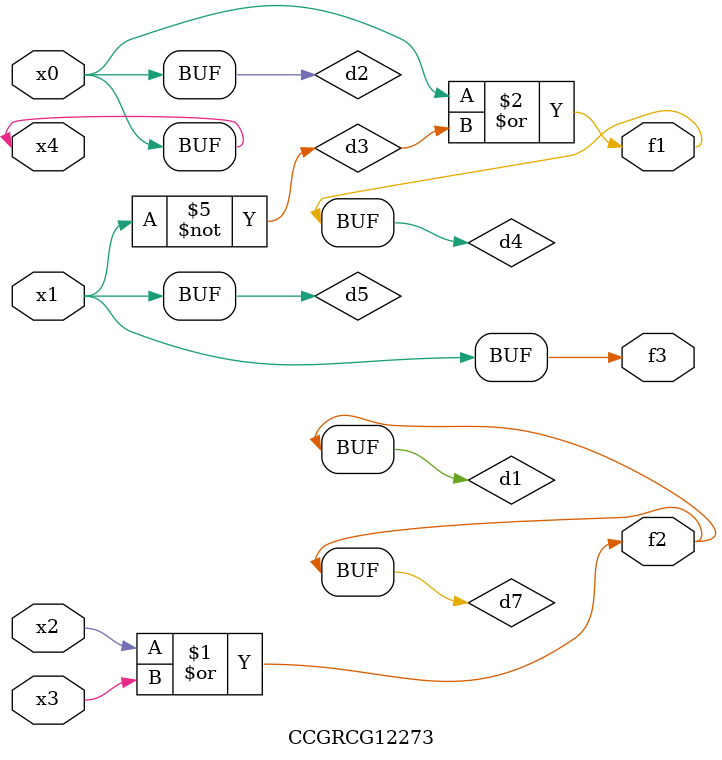
<source format=v>
module CCGRCG12273(
	input x0, x1, x2, x3, x4,
	output f1, f2, f3
);

	wire d1, d2, d3, d4, d5, d6, d7;

	or (d1, x2, x3);
	buf (d2, x0, x4);
	not (d3, x1);
	or (d4, d2, d3);
	not (d5, d3);
	nand (d6, d1, d3);
	or (d7, d1);
	assign f1 = d4;
	assign f2 = d7;
	assign f3 = d5;
endmodule

</source>
